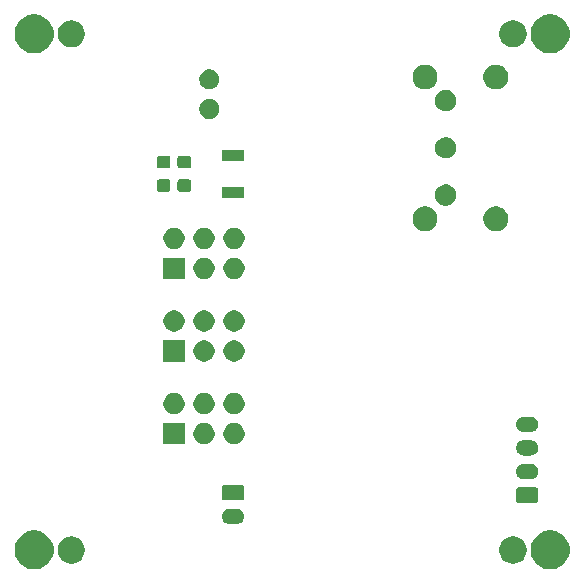
<source format=gbr>
G04 #@! TF.GenerationSoftware,KiCad,Pcbnew,5.1.5+dfsg1-2build2*
G04 #@! TF.CreationDate,2021-06-08T03:42:44+09:00*
G04 #@! TF.ProjectId,m5-pantilt,6d352d70-616e-4746-996c-742e6b696361,1*
G04 #@! TF.SameCoordinates,Original*
G04 #@! TF.FileFunction,Soldermask,Top*
G04 #@! TF.FilePolarity,Negative*
%FSLAX46Y46*%
G04 Gerber Fmt 4.6, Leading zero omitted, Abs format (unit mm)*
G04 Created by KiCad (PCBNEW 5.1.5+dfsg1-2build2) date 2021-06-08 03:42:44*
%MOMM*%
%LPD*%
G04 APERTURE LIST*
%ADD10C,0.100000*%
G04 APERTURE END LIST*
D10*
G36*
X147225256Y-95241298D02*
G01*
X147331579Y-95262447D01*
X147632042Y-95386903D01*
X147902451Y-95567585D01*
X148132415Y-95797549D01*
X148313097Y-96067958D01*
X148437553Y-96368421D01*
X148501000Y-96687391D01*
X148501000Y-97012609D01*
X148437553Y-97331579D01*
X148313097Y-97632042D01*
X148132415Y-97902451D01*
X147902451Y-98132415D01*
X147632042Y-98313097D01*
X147331579Y-98437553D01*
X147225256Y-98458702D01*
X147012611Y-98501000D01*
X146687389Y-98501000D01*
X146474744Y-98458702D01*
X146368421Y-98437553D01*
X146067958Y-98313097D01*
X145797549Y-98132415D01*
X145567585Y-97902451D01*
X145386903Y-97632042D01*
X145262447Y-97331579D01*
X145199000Y-97012609D01*
X145199000Y-96687391D01*
X145262447Y-96368421D01*
X145386903Y-96067958D01*
X145567585Y-95797549D01*
X145797549Y-95567585D01*
X146067958Y-95386903D01*
X146368421Y-95262447D01*
X146474744Y-95241298D01*
X146687389Y-95199000D01*
X147012611Y-95199000D01*
X147225256Y-95241298D01*
G37*
G36*
X103525256Y-95241298D02*
G01*
X103631579Y-95262447D01*
X103932042Y-95386903D01*
X104202451Y-95567585D01*
X104432415Y-95797549D01*
X104613097Y-96067958D01*
X104737553Y-96368421D01*
X104801000Y-96687391D01*
X104801000Y-97012609D01*
X104737553Y-97331579D01*
X104613097Y-97632042D01*
X104432415Y-97902451D01*
X104202451Y-98132415D01*
X103932042Y-98313097D01*
X103631579Y-98437553D01*
X103525256Y-98458702D01*
X103312611Y-98501000D01*
X102987389Y-98501000D01*
X102774744Y-98458702D01*
X102668421Y-98437553D01*
X102367958Y-98313097D01*
X102097549Y-98132415D01*
X101867585Y-97902451D01*
X101686903Y-97632042D01*
X101562447Y-97331579D01*
X101499000Y-97012609D01*
X101499000Y-96687391D01*
X101562447Y-96368421D01*
X101686903Y-96067958D01*
X101867585Y-95797549D01*
X102097549Y-95567585D01*
X102367958Y-95386903D01*
X102668421Y-95262447D01*
X102774744Y-95241298D01*
X102987389Y-95199000D01*
X103312611Y-95199000D01*
X103525256Y-95241298D01*
G37*
G36*
X143924549Y-95721116D02*
G01*
X144035734Y-95743232D01*
X144245203Y-95829997D01*
X144433720Y-95955960D01*
X144594040Y-96116280D01*
X144720003Y-96304797D01*
X144806768Y-96514266D01*
X144851000Y-96736636D01*
X144851000Y-96963364D01*
X144806768Y-97185734D01*
X144720003Y-97395203D01*
X144594040Y-97583720D01*
X144433720Y-97744040D01*
X144245203Y-97870003D01*
X144035734Y-97956768D01*
X143924549Y-97978884D01*
X143813365Y-98001000D01*
X143586635Y-98001000D01*
X143475451Y-97978884D01*
X143364266Y-97956768D01*
X143154797Y-97870003D01*
X142966280Y-97744040D01*
X142805960Y-97583720D01*
X142679997Y-97395203D01*
X142593232Y-97185734D01*
X142549000Y-96963364D01*
X142549000Y-96736636D01*
X142593232Y-96514266D01*
X142679997Y-96304797D01*
X142805960Y-96116280D01*
X142966280Y-95955960D01*
X143154797Y-95829997D01*
X143364266Y-95743232D01*
X143475451Y-95721116D01*
X143586635Y-95699000D01*
X143813365Y-95699000D01*
X143924549Y-95721116D01*
G37*
G36*
X106524549Y-95721116D02*
G01*
X106635734Y-95743232D01*
X106845203Y-95829997D01*
X107033720Y-95955960D01*
X107194040Y-96116280D01*
X107320003Y-96304797D01*
X107406768Y-96514266D01*
X107451000Y-96736636D01*
X107451000Y-96963364D01*
X107406768Y-97185734D01*
X107320003Y-97395203D01*
X107194040Y-97583720D01*
X107033720Y-97744040D01*
X106845203Y-97870003D01*
X106635734Y-97956768D01*
X106524549Y-97978884D01*
X106413365Y-98001000D01*
X106186635Y-98001000D01*
X106075451Y-97978884D01*
X105964266Y-97956768D01*
X105754797Y-97870003D01*
X105566280Y-97744040D01*
X105405960Y-97583720D01*
X105279997Y-97395203D01*
X105193232Y-97185734D01*
X105149000Y-96963364D01*
X105149000Y-96736636D01*
X105193232Y-96514266D01*
X105279997Y-96304797D01*
X105405960Y-96116280D01*
X105566280Y-95955960D01*
X105754797Y-95829997D01*
X105964266Y-95743232D01*
X106075451Y-95721116D01*
X106186635Y-95699000D01*
X106413365Y-95699000D01*
X106524549Y-95721116D01*
G37*
G36*
X120338855Y-93352140D02*
G01*
X120402618Y-93358420D01*
X120493404Y-93385960D01*
X120525336Y-93395646D01*
X120638425Y-93456094D01*
X120737554Y-93537446D01*
X120818906Y-93636575D01*
X120879354Y-93749664D01*
X120879355Y-93749668D01*
X120916580Y-93872382D01*
X120929149Y-94000000D01*
X120916580Y-94127618D01*
X120889040Y-94218404D01*
X120879354Y-94250336D01*
X120818906Y-94363425D01*
X120737554Y-94462554D01*
X120638425Y-94543906D01*
X120525336Y-94604354D01*
X120493404Y-94614040D01*
X120402618Y-94641580D01*
X120338855Y-94647860D01*
X120306974Y-94651000D01*
X119693026Y-94651000D01*
X119661145Y-94647860D01*
X119597382Y-94641580D01*
X119506596Y-94614040D01*
X119474664Y-94604354D01*
X119361575Y-94543906D01*
X119262446Y-94462554D01*
X119181094Y-94363425D01*
X119120646Y-94250336D01*
X119110960Y-94218404D01*
X119083420Y-94127618D01*
X119070851Y-94000000D01*
X119083420Y-93872382D01*
X119120645Y-93749668D01*
X119120646Y-93749664D01*
X119181094Y-93636575D01*
X119262446Y-93537446D01*
X119361575Y-93456094D01*
X119474664Y-93395646D01*
X119506596Y-93385960D01*
X119597382Y-93358420D01*
X119661145Y-93352140D01*
X119693026Y-93349000D01*
X120306974Y-93349000D01*
X120338855Y-93352140D01*
G37*
G36*
X145666242Y-91553404D02*
G01*
X145703337Y-91564657D01*
X145737515Y-91582925D01*
X145767481Y-91607519D01*
X145792075Y-91637485D01*
X145810343Y-91671663D01*
X145821596Y-91708758D01*
X145826000Y-91753474D01*
X145826000Y-92646526D01*
X145821596Y-92691242D01*
X145810343Y-92728337D01*
X145792075Y-92762515D01*
X145767481Y-92792481D01*
X145737515Y-92817075D01*
X145703337Y-92835343D01*
X145666242Y-92846596D01*
X145621526Y-92851000D01*
X144178474Y-92851000D01*
X144133758Y-92846596D01*
X144096663Y-92835343D01*
X144062485Y-92817075D01*
X144032519Y-92792481D01*
X144007925Y-92762515D01*
X143989657Y-92728337D01*
X143978404Y-92691242D01*
X143974000Y-92646526D01*
X143974000Y-91753474D01*
X143978404Y-91708758D01*
X143989657Y-91671663D01*
X144007925Y-91637485D01*
X144032519Y-91607519D01*
X144062485Y-91582925D01*
X144096663Y-91564657D01*
X144133758Y-91553404D01*
X144178474Y-91549000D01*
X145621526Y-91549000D01*
X145666242Y-91553404D01*
G37*
G36*
X120766242Y-91353404D02*
G01*
X120803337Y-91364657D01*
X120837515Y-91382925D01*
X120867481Y-91407519D01*
X120892075Y-91437485D01*
X120910343Y-91471663D01*
X120921596Y-91508758D01*
X120926000Y-91553474D01*
X120926000Y-92446526D01*
X120921596Y-92491242D01*
X120910343Y-92528337D01*
X120892075Y-92562515D01*
X120867481Y-92592481D01*
X120837515Y-92617075D01*
X120803337Y-92635343D01*
X120766242Y-92646596D01*
X120721526Y-92651000D01*
X119278474Y-92651000D01*
X119233758Y-92646596D01*
X119196663Y-92635343D01*
X119162485Y-92617075D01*
X119132519Y-92592481D01*
X119107925Y-92562515D01*
X119089657Y-92528337D01*
X119078404Y-92491242D01*
X119074000Y-92446526D01*
X119074000Y-91553474D01*
X119078404Y-91508758D01*
X119089657Y-91471663D01*
X119107925Y-91437485D01*
X119132519Y-91407519D01*
X119162485Y-91382925D01*
X119196663Y-91364657D01*
X119233758Y-91353404D01*
X119278474Y-91349000D01*
X120721526Y-91349000D01*
X120766242Y-91353404D01*
G37*
G36*
X145238855Y-89552140D02*
G01*
X145302618Y-89558420D01*
X145393404Y-89585960D01*
X145425336Y-89595646D01*
X145538425Y-89656094D01*
X145637554Y-89737446D01*
X145718906Y-89836575D01*
X145779354Y-89949664D01*
X145779355Y-89949668D01*
X145816580Y-90072382D01*
X145829149Y-90200000D01*
X145816580Y-90327618D01*
X145789040Y-90418404D01*
X145779354Y-90450336D01*
X145718906Y-90563425D01*
X145637554Y-90662554D01*
X145538425Y-90743906D01*
X145425336Y-90804354D01*
X145393404Y-90814040D01*
X145302618Y-90841580D01*
X145238855Y-90847860D01*
X145206974Y-90851000D01*
X144593026Y-90851000D01*
X144561145Y-90847860D01*
X144497382Y-90841580D01*
X144406596Y-90814040D01*
X144374664Y-90804354D01*
X144261575Y-90743906D01*
X144162446Y-90662554D01*
X144081094Y-90563425D01*
X144020646Y-90450336D01*
X144010960Y-90418404D01*
X143983420Y-90327618D01*
X143970851Y-90200000D01*
X143983420Y-90072382D01*
X144020645Y-89949668D01*
X144020646Y-89949664D01*
X144081094Y-89836575D01*
X144162446Y-89737446D01*
X144261575Y-89656094D01*
X144374664Y-89595646D01*
X144406596Y-89585960D01*
X144497382Y-89558420D01*
X144561145Y-89552140D01*
X144593026Y-89549000D01*
X145206974Y-89549000D01*
X145238855Y-89552140D01*
G37*
G36*
X145238855Y-87552140D02*
G01*
X145302618Y-87558420D01*
X145393404Y-87585960D01*
X145425336Y-87595646D01*
X145538425Y-87656094D01*
X145637554Y-87737446D01*
X145718906Y-87836575D01*
X145779354Y-87949664D01*
X145779355Y-87949668D01*
X145816580Y-88072382D01*
X145829149Y-88200000D01*
X145816580Y-88327618D01*
X145789040Y-88418404D01*
X145779354Y-88450336D01*
X145718906Y-88563425D01*
X145637554Y-88662554D01*
X145538425Y-88743906D01*
X145425336Y-88804354D01*
X145393404Y-88814040D01*
X145302618Y-88841580D01*
X145238855Y-88847860D01*
X145206974Y-88851000D01*
X144593026Y-88851000D01*
X144561145Y-88847860D01*
X144497382Y-88841580D01*
X144406596Y-88814040D01*
X144374664Y-88804354D01*
X144261575Y-88743906D01*
X144162446Y-88662554D01*
X144081094Y-88563425D01*
X144020646Y-88450336D01*
X144010960Y-88418404D01*
X143983420Y-88327618D01*
X143970851Y-88200000D01*
X143983420Y-88072382D01*
X144020645Y-87949668D01*
X144020646Y-87949664D01*
X144081094Y-87836575D01*
X144162446Y-87737446D01*
X144261575Y-87656094D01*
X144374664Y-87595646D01*
X144406596Y-87585960D01*
X144497382Y-87558420D01*
X144561145Y-87552140D01*
X144593026Y-87549000D01*
X145206974Y-87549000D01*
X145238855Y-87552140D01*
G37*
G36*
X115901000Y-87901000D02*
G01*
X114099000Y-87901000D01*
X114099000Y-86099000D01*
X115901000Y-86099000D01*
X115901000Y-87901000D01*
G37*
G36*
X117653512Y-86103927D02*
G01*
X117802812Y-86133624D01*
X117966784Y-86201544D01*
X118114354Y-86300147D01*
X118239853Y-86425646D01*
X118338456Y-86573216D01*
X118406376Y-86737188D01*
X118441000Y-86911259D01*
X118441000Y-87088741D01*
X118406376Y-87262812D01*
X118338456Y-87426784D01*
X118239853Y-87574354D01*
X118114354Y-87699853D01*
X117966784Y-87798456D01*
X117802812Y-87866376D01*
X117653512Y-87896073D01*
X117628742Y-87901000D01*
X117451258Y-87901000D01*
X117426488Y-87896073D01*
X117277188Y-87866376D01*
X117113216Y-87798456D01*
X116965646Y-87699853D01*
X116840147Y-87574354D01*
X116741544Y-87426784D01*
X116673624Y-87262812D01*
X116639000Y-87088741D01*
X116639000Y-86911259D01*
X116673624Y-86737188D01*
X116741544Y-86573216D01*
X116840147Y-86425646D01*
X116965646Y-86300147D01*
X117113216Y-86201544D01*
X117277188Y-86133624D01*
X117426488Y-86103927D01*
X117451258Y-86099000D01*
X117628742Y-86099000D01*
X117653512Y-86103927D01*
G37*
G36*
X120193512Y-86103927D02*
G01*
X120342812Y-86133624D01*
X120506784Y-86201544D01*
X120654354Y-86300147D01*
X120779853Y-86425646D01*
X120878456Y-86573216D01*
X120946376Y-86737188D01*
X120981000Y-86911259D01*
X120981000Y-87088741D01*
X120946376Y-87262812D01*
X120878456Y-87426784D01*
X120779853Y-87574354D01*
X120654354Y-87699853D01*
X120506784Y-87798456D01*
X120342812Y-87866376D01*
X120193512Y-87896073D01*
X120168742Y-87901000D01*
X119991258Y-87901000D01*
X119966488Y-87896073D01*
X119817188Y-87866376D01*
X119653216Y-87798456D01*
X119505646Y-87699853D01*
X119380147Y-87574354D01*
X119281544Y-87426784D01*
X119213624Y-87262812D01*
X119179000Y-87088741D01*
X119179000Y-86911259D01*
X119213624Y-86737188D01*
X119281544Y-86573216D01*
X119380147Y-86425646D01*
X119505646Y-86300147D01*
X119653216Y-86201544D01*
X119817188Y-86133624D01*
X119966488Y-86103927D01*
X119991258Y-86099000D01*
X120168742Y-86099000D01*
X120193512Y-86103927D01*
G37*
G36*
X145238855Y-85552140D02*
G01*
X145302618Y-85558420D01*
X145393404Y-85585960D01*
X145425336Y-85595646D01*
X145538425Y-85656094D01*
X145637554Y-85737446D01*
X145718906Y-85836575D01*
X145779354Y-85949664D01*
X145779355Y-85949668D01*
X145816580Y-86072382D01*
X145829149Y-86200000D01*
X145816580Y-86327618D01*
X145789040Y-86418404D01*
X145779354Y-86450336D01*
X145718906Y-86563425D01*
X145637554Y-86662554D01*
X145538425Y-86743906D01*
X145425336Y-86804354D01*
X145393404Y-86814040D01*
X145302618Y-86841580D01*
X145238855Y-86847860D01*
X145206974Y-86851000D01*
X144593026Y-86851000D01*
X144561145Y-86847860D01*
X144497382Y-86841580D01*
X144406596Y-86814040D01*
X144374664Y-86804354D01*
X144261575Y-86743906D01*
X144162446Y-86662554D01*
X144081094Y-86563425D01*
X144020646Y-86450336D01*
X144010960Y-86418404D01*
X143983420Y-86327618D01*
X143970851Y-86200000D01*
X143983420Y-86072382D01*
X144020645Y-85949668D01*
X144020646Y-85949664D01*
X144081094Y-85836575D01*
X144162446Y-85737446D01*
X144261575Y-85656094D01*
X144374664Y-85595646D01*
X144406596Y-85585960D01*
X144497382Y-85558420D01*
X144561145Y-85552140D01*
X144593026Y-85549000D01*
X145206974Y-85549000D01*
X145238855Y-85552140D01*
G37*
G36*
X120193512Y-83563927D02*
G01*
X120342812Y-83593624D01*
X120506784Y-83661544D01*
X120654354Y-83760147D01*
X120779853Y-83885646D01*
X120878456Y-84033216D01*
X120946376Y-84197188D01*
X120981000Y-84371259D01*
X120981000Y-84548741D01*
X120946376Y-84722812D01*
X120878456Y-84886784D01*
X120779853Y-85034354D01*
X120654354Y-85159853D01*
X120506784Y-85258456D01*
X120342812Y-85326376D01*
X120193512Y-85356073D01*
X120168742Y-85361000D01*
X119991258Y-85361000D01*
X119966488Y-85356073D01*
X119817188Y-85326376D01*
X119653216Y-85258456D01*
X119505646Y-85159853D01*
X119380147Y-85034354D01*
X119281544Y-84886784D01*
X119213624Y-84722812D01*
X119179000Y-84548741D01*
X119179000Y-84371259D01*
X119213624Y-84197188D01*
X119281544Y-84033216D01*
X119380147Y-83885646D01*
X119505646Y-83760147D01*
X119653216Y-83661544D01*
X119817188Y-83593624D01*
X119966488Y-83563927D01*
X119991258Y-83559000D01*
X120168742Y-83559000D01*
X120193512Y-83563927D01*
G37*
G36*
X115113512Y-83563927D02*
G01*
X115262812Y-83593624D01*
X115426784Y-83661544D01*
X115574354Y-83760147D01*
X115699853Y-83885646D01*
X115798456Y-84033216D01*
X115866376Y-84197188D01*
X115901000Y-84371259D01*
X115901000Y-84548741D01*
X115866376Y-84722812D01*
X115798456Y-84886784D01*
X115699853Y-85034354D01*
X115574354Y-85159853D01*
X115426784Y-85258456D01*
X115262812Y-85326376D01*
X115113512Y-85356073D01*
X115088742Y-85361000D01*
X114911258Y-85361000D01*
X114886488Y-85356073D01*
X114737188Y-85326376D01*
X114573216Y-85258456D01*
X114425646Y-85159853D01*
X114300147Y-85034354D01*
X114201544Y-84886784D01*
X114133624Y-84722812D01*
X114099000Y-84548741D01*
X114099000Y-84371259D01*
X114133624Y-84197188D01*
X114201544Y-84033216D01*
X114300147Y-83885646D01*
X114425646Y-83760147D01*
X114573216Y-83661544D01*
X114737188Y-83593624D01*
X114886488Y-83563927D01*
X114911258Y-83559000D01*
X115088742Y-83559000D01*
X115113512Y-83563927D01*
G37*
G36*
X117653512Y-83563927D02*
G01*
X117802812Y-83593624D01*
X117966784Y-83661544D01*
X118114354Y-83760147D01*
X118239853Y-83885646D01*
X118338456Y-84033216D01*
X118406376Y-84197188D01*
X118441000Y-84371259D01*
X118441000Y-84548741D01*
X118406376Y-84722812D01*
X118338456Y-84886784D01*
X118239853Y-85034354D01*
X118114354Y-85159853D01*
X117966784Y-85258456D01*
X117802812Y-85326376D01*
X117653512Y-85356073D01*
X117628742Y-85361000D01*
X117451258Y-85361000D01*
X117426488Y-85356073D01*
X117277188Y-85326376D01*
X117113216Y-85258456D01*
X116965646Y-85159853D01*
X116840147Y-85034354D01*
X116741544Y-84886784D01*
X116673624Y-84722812D01*
X116639000Y-84548741D01*
X116639000Y-84371259D01*
X116673624Y-84197188D01*
X116741544Y-84033216D01*
X116840147Y-83885646D01*
X116965646Y-83760147D01*
X117113216Y-83661544D01*
X117277188Y-83593624D01*
X117426488Y-83563927D01*
X117451258Y-83559000D01*
X117628742Y-83559000D01*
X117653512Y-83563927D01*
G37*
G36*
X120193512Y-79103927D02*
G01*
X120342812Y-79133624D01*
X120506784Y-79201544D01*
X120654354Y-79300147D01*
X120779853Y-79425646D01*
X120878456Y-79573216D01*
X120946376Y-79737188D01*
X120981000Y-79911259D01*
X120981000Y-80088741D01*
X120946376Y-80262812D01*
X120878456Y-80426784D01*
X120779853Y-80574354D01*
X120654354Y-80699853D01*
X120506784Y-80798456D01*
X120342812Y-80866376D01*
X120193512Y-80896073D01*
X120168742Y-80901000D01*
X119991258Y-80901000D01*
X119966488Y-80896073D01*
X119817188Y-80866376D01*
X119653216Y-80798456D01*
X119505646Y-80699853D01*
X119380147Y-80574354D01*
X119281544Y-80426784D01*
X119213624Y-80262812D01*
X119179000Y-80088741D01*
X119179000Y-79911259D01*
X119213624Y-79737188D01*
X119281544Y-79573216D01*
X119380147Y-79425646D01*
X119505646Y-79300147D01*
X119653216Y-79201544D01*
X119817188Y-79133624D01*
X119966488Y-79103927D01*
X119991258Y-79099000D01*
X120168742Y-79099000D01*
X120193512Y-79103927D01*
G37*
G36*
X117653512Y-79103927D02*
G01*
X117802812Y-79133624D01*
X117966784Y-79201544D01*
X118114354Y-79300147D01*
X118239853Y-79425646D01*
X118338456Y-79573216D01*
X118406376Y-79737188D01*
X118441000Y-79911259D01*
X118441000Y-80088741D01*
X118406376Y-80262812D01*
X118338456Y-80426784D01*
X118239853Y-80574354D01*
X118114354Y-80699853D01*
X117966784Y-80798456D01*
X117802812Y-80866376D01*
X117653512Y-80896073D01*
X117628742Y-80901000D01*
X117451258Y-80901000D01*
X117426488Y-80896073D01*
X117277188Y-80866376D01*
X117113216Y-80798456D01*
X116965646Y-80699853D01*
X116840147Y-80574354D01*
X116741544Y-80426784D01*
X116673624Y-80262812D01*
X116639000Y-80088741D01*
X116639000Y-79911259D01*
X116673624Y-79737188D01*
X116741544Y-79573216D01*
X116840147Y-79425646D01*
X116965646Y-79300147D01*
X117113216Y-79201544D01*
X117277188Y-79133624D01*
X117426488Y-79103927D01*
X117451258Y-79099000D01*
X117628742Y-79099000D01*
X117653512Y-79103927D01*
G37*
G36*
X115901000Y-80901000D02*
G01*
X114099000Y-80901000D01*
X114099000Y-79099000D01*
X115901000Y-79099000D01*
X115901000Y-80901000D01*
G37*
G36*
X117653512Y-76563927D02*
G01*
X117802812Y-76593624D01*
X117966784Y-76661544D01*
X118114354Y-76760147D01*
X118239853Y-76885646D01*
X118338456Y-77033216D01*
X118406376Y-77197188D01*
X118441000Y-77371259D01*
X118441000Y-77548741D01*
X118406376Y-77722812D01*
X118338456Y-77886784D01*
X118239853Y-78034354D01*
X118114354Y-78159853D01*
X117966784Y-78258456D01*
X117802812Y-78326376D01*
X117653512Y-78356073D01*
X117628742Y-78361000D01*
X117451258Y-78361000D01*
X117426488Y-78356073D01*
X117277188Y-78326376D01*
X117113216Y-78258456D01*
X116965646Y-78159853D01*
X116840147Y-78034354D01*
X116741544Y-77886784D01*
X116673624Y-77722812D01*
X116639000Y-77548741D01*
X116639000Y-77371259D01*
X116673624Y-77197188D01*
X116741544Y-77033216D01*
X116840147Y-76885646D01*
X116965646Y-76760147D01*
X117113216Y-76661544D01*
X117277188Y-76593624D01*
X117426488Y-76563927D01*
X117451258Y-76559000D01*
X117628742Y-76559000D01*
X117653512Y-76563927D01*
G37*
G36*
X115113512Y-76563927D02*
G01*
X115262812Y-76593624D01*
X115426784Y-76661544D01*
X115574354Y-76760147D01*
X115699853Y-76885646D01*
X115798456Y-77033216D01*
X115866376Y-77197188D01*
X115901000Y-77371259D01*
X115901000Y-77548741D01*
X115866376Y-77722812D01*
X115798456Y-77886784D01*
X115699853Y-78034354D01*
X115574354Y-78159853D01*
X115426784Y-78258456D01*
X115262812Y-78326376D01*
X115113512Y-78356073D01*
X115088742Y-78361000D01*
X114911258Y-78361000D01*
X114886488Y-78356073D01*
X114737188Y-78326376D01*
X114573216Y-78258456D01*
X114425646Y-78159853D01*
X114300147Y-78034354D01*
X114201544Y-77886784D01*
X114133624Y-77722812D01*
X114099000Y-77548741D01*
X114099000Y-77371259D01*
X114133624Y-77197188D01*
X114201544Y-77033216D01*
X114300147Y-76885646D01*
X114425646Y-76760147D01*
X114573216Y-76661544D01*
X114737188Y-76593624D01*
X114886488Y-76563927D01*
X114911258Y-76559000D01*
X115088742Y-76559000D01*
X115113512Y-76563927D01*
G37*
G36*
X120193512Y-76563927D02*
G01*
X120342812Y-76593624D01*
X120506784Y-76661544D01*
X120654354Y-76760147D01*
X120779853Y-76885646D01*
X120878456Y-77033216D01*
X120946376Y-77197188D01*
X120981000Y-77371259D01*
X120981000Y-77548741D01*
X120946376Y-77722812D01*
X120878456Y-77886784D01*
X120779853Y-78034354D01*
X120654354Y-78159853D01*
X120506784Y-78258456D01*
X120342812Y-78326376D01*
X120193512Y-78356073D01*
X120168742Y-78361000D01*
X119991258Y-78361000D01*
X119966488Y-78356073D01*
X119817188Y-78326376D01*
X119653216Y-78258456D01*
X119505646Y-78159853D01*
X119380147Y-78034354D01*
X119281544Y-77886784D01*
X119213624Y-77722812D01*
X119179000Y-77548741D01*
X119179000Y-77371259D01*
X119213624Y-77197188D01*
X119281544Y-77033216D01*
X119380147Y-76885646D01*
X119505646Y-76760147D01*
X119653216Y-76661544D01*
X119817188Y-76593624D01*
X119966488Y-76563927D01*
X119991258Y-76559000D01*
X120168742Y-76559000D01*
X120193512Y-76563927D01*
G37*
G36*
X120193512Y-72103927D02*
G01*
X120342812Y-72133624D01*
X120506784Y-72201544D01*
X120654354Y-72300147D01*
X120779853Y-72425646D01*
X120878456Y-72573216D01*
X120946376Y-72737188D01*
X120981000Y-72911259D01*
X120981000Y-73088741D01*
X120946376Y-73262812D01*
X120878456Y-73426784D01*
X120779853Y-73574354D01*
X120654354Y-73699853D01*
X120506784Y-73798456D01*
X120342812Y-73866376D01*
X120193512Y-73896073D01*
X120168742Y-73901000D01*
X119991258Y-73901000D01*
X119966488Y-73896073D01*
X119817188Y-73866376D01*
X119653216Y-73798456D01*
X119505646Y-73699853D01*
X119380147Y-73574354D01*
X119281544Y-73426784D01*
X119213624Y-73262812D01*
X119179000Y-73088741D01*
X119179000Y-72911259D01*
X119213624Y-72737188D01*
X119281544Y-72573216D01*
X119380147Y-72425646D01*
X119505646Y-72300147D01*
X119653216Y-72201544D01*
X119817188Y-72133624D01*
X119966488Y-72103927D01*
X119991258Y-72099000D01*
X120168742Y-72099000D01*
X120193512Y-72103927D01*
G37*
G36*
X117653512Y-72103927D02*
G01*
X117802812Y-72133624D01*
X117966784Y-72201544D01*
X118114354Y-72300147D01*
X118239853Y-72425646D01*
X118338456Y-72573216D01*
X118406376Y-72737188D01*
X118441000Y-72911259D01*
X118441000Y-73088741D01*
X118406376Y-73262812D01*
X118338456Y-73426784D01*
X118239853Y-73574354D01*
X118114354Y-73699853D01*
X117966784Y-73798456D01*
X117802812Y-73866376D01*
X117653512Y-73896073D01*
X117628742Y-73901000D01*
X117451258Y-73901000D01*
X117426488Y-73896073D01*
X117277188Y-73866376D01*
X117113216Y-73798456D01*
X116965646Y-73699853D01*
X116840147Y-73574354D01*
X116741544Y-73426784D01*
X116673624Y-73262812D01*
X116639000Y-73088741D01*
X116639000Y-72911259D01*
X116673624Y-72737188D01*
X116741544Y-72573216D01*
X116840147Y-72425646D01*
X116965646Y-72300147D01*
X117113216Y-72201544D01*
X117277188Y-72133624D01*
X117426488Y-72103927D01*
X117451258Y-72099000D01*
X117628742Y-72099000D01*
X117653512Y-72103927D01*
G37*
G36*
X115901000Y-73901000D02*
G01*
X114099000Y-73901000D01*
X114099000Y-72099000D01*
X115901000Y-72099000D01*
X115901000Y-73901000D01*
G37*
G36*
X120193512Y-69563927D02*
G01*
X120342812Y-69593624D01*
X120506784Y-69661544D01*
X120654354Y-69760147D01*
X120779853Y-69885646D01*
X120878456Y-70033216D01*
X120946376Y-70197188D01*
X120981000Y-70371259D01*
X120981000Y-70548741D01*
X120946376Y-70722812D01*
X120878456Y-70886784D01*
X120779853Y-71034354D01*
X120654354Y-71159853D01*
X120506784Y-71258456D01*
X120342812Y-71326376D01*
X120193512Y-71356073D01*
X120168742Y-71361000D01*
X119991258Y-71361000D01*
X119966488Y-71356073D01*
X119817188Y-71326376D01*
X119653216Y-71258456D01*
X119505646Y-71159853D01*
X119380147Y-71034354D01*
X119281544Y-70886784D01*
X119213624Y-70722812D01*
X119179000Y-70548741D01*
X119179000Y-70371259D01*
X119213624Y-70197188D01*
X119281544Y-70033216D01*
X119380147Y-69885646D01*
X119505646Y-69760147D01*
X119653216Y-69661544D01*
X119817188Y-69593624D01*
X119966488Y-69563927D01*
X119991258Y-69559000D01*
X120168742Y-69559000D01*
X120193512Y-69563927D01*
G37*
G36*
X117653512Y-69563927D02*
G01*
X117802812Y-69593624D01*
X117966784Y-69661544D01*
X118114354Y-69760147D01*
X118239853Y-69885646D01*
X118338456Y-70033216D01*
X118406376Y-70197188D01*
X118441000Y-70371259D01*
X118441000Y-70548741D01*
X118406376Y-70722812D01*
X118338456Y-70886784D01*
X118239853Y-71034354D01*
X118114354Y-71159853D01*
X117966784Y-71258456D01*
X117802812Y-71326376D01*
X117653512Y-71356073D01*
X117628742Y-71361000D01*
X117451258Y-71361000D01*
X117426488Y-71356073D01*
X117277188Y-71326376D01*
X117113216Y-71258456D01*
X116965646Y-71159853D01*
X116840147Y-71034354D01*
X116741544Y-70886784D01*
X116673624Y-70722812D01*
X116639000Y-70548741D01*
X116639000Y-70371259D01*
X116673624Y-70197188D01*
X116741544Y-70033216D01*
X116840147Y-69885646D01*
X116965646Y-69760147D01*
X117113216Y-69661544D01*
X117277188Y-69593624D01*
X117426488Y-69563927D01*
X117451258Y-69559000D01*
X117628742Y-69559000D01*
X117653512Y-69563927D01*
G37*
G36*
X115113512Y-69563927D02*
G01*
X115262812Y-69593624D01*
X115426784Y-69661544D01*
X115574354Y-69760147D01*
X115699853Y-69885646D01*
X115798456Y-70033216D01*
X115866376Y-70197188D01*
X115901000Y-70371259D01*
X115901000Y-70548741D01*
X115866376Y-70722812D01*
X115798456Y-70886784D01*
X115699853Y-71034354D01*
X115574354Y-71159853D01*
X115426784Y-71258456D01*
X115262812Y-71326376D01*
X115113512Y-71356073D01*
X115088742Y-71361000D01*
X114911258Y-71361000D01*
X114886488Y-71356073D01*
X114737188Y-71326376D01*
X114573216Y-71258456D01*
X114425646Y-71159853D01*
X114300147Y-71034354D01*
X114201544Y-70886784D01*
X114133624Y-70722812D01*
X114099000Y-70548741D01*
X114099000Y-70371259D01*
X114133624Y-70197188D01*
X114201544Y-70033216D01*
X114300147Y-69885646D01*
X114425646Y-69760147D01*
X114573216Y-69661544D01*
X114737188Y-69593624D01*
X114886488Y-69563927D01*
X114911258Y-69559000D01*
X115088742Y-69559000D01*
X115113512Y-69563927D01*
G37*
G36*
X142556564Y-67789389D02*
G01*
X142747833Y-67868615D01*
X142747835Y-67868616D01*
X142919973Y-67983635D01*
X143066365Y-68130027D01*
X143181385Y-68302167D01*
X143260611Y-68493436D01*
X143301000Y-68696484D01*
X143301000Y-68903516D01*
X143260611Y-69106564D01*
X143181385Y-69297833D01*
X143181384Y-69297835D01*
X143066365Y-69469973D01*
X142919973Y-69616365D01*
X142747835Y-69731384D01*
X142747834Y-69731385D01*
X142747833Y-69731385D01*
X142556564Y-69810611D01*
X142353516Y-69851000D01*
X142146484Y-69851000D01*
X141943436Y-69810611D01*
X141752167Y-69731385D01*
X141752166Y-69731385D01*
X141752165Y-69731384D01*
X141580027Y-69616365D01*
X141433635Y-69469973D01*
X141318616Y-69297835D01*
X141318615Y-69297833D01*
X141239389Y-69106564D01*
X141199000Y-68903516D01*
X141199000Y-68696484D01*
X141239389Y-68493436D01*
X141318615Y-68302167D01*
X141433635Y-68130027D01*
X141580027Y-67983635D01*
X141752165Y-67868616D01*
X141752167Y-67868615D01*
X141943436Y-67789389D01*
X142146484Y-67749000D01*
X142353516Y-67749000D01*
X142556564Y-67789389D01*
G37*
G36*
X136556564Y-67789389D02*
G01*
X136747833Y-67868615D01*
X136747835Y-67868616D01*
X136919973Y-67983635D01*
X137066365Y-68130027D01*
X137181385Y-68302167D01*
X137260611Y-68493436D01*
X137301000Y-68696484D01*
X137301000Y-68903516D01*
X137260611Y-69106564D01*
X137181385Y-69297833D01*
X137181384Y-69297835D01*
X137066365Y-69469973D01*
X136919973Y-69616365D01*
X136747835Y-69731384D01*
X136747834Y-69731385D01*
X136747833Y-69731385D01*
X136556564Y-69810611D01*
X136353516Y-69851000D01*
X136146484Y-69851000D01*
X135943436Y-69810611D01*
X135752167Y-69731385D01*
X135752166Y-69731385D01*
X135752165Y-69731384D01*
X135580027Y-69616365D01*
X135433635Y-69469973D01*
X135318616Y-69297835D01*
X135318615Y-69297833D01*
X135239389Y-69106564D01*
X135199000Y-68903516D01*
X135199000Y-68696484D01*
X135239389Y-68493436D01*
X135318615Y-68302167D01*
X135433635Y-68130027D01*
X135580027Y-67983635D01*
X135752165Y-67868616D01*
X135752167Y-67868615D01*
X135943436Y-67789389D01*
X136146484Y-67749000D01*
X136353516Y-67749000D01*
X136556564Y-67789389D01*
G37*
G36*
X138113512Y-65903927D02*
G01*
X138262812Y-65933624D01*
X138426784Y-66001544D01*
X138574354Y-66100147D01*
X138699853Y-66225646D01*
X138798456Y-66373216D01*
X138866376Y-66537188D01*
X138901000Y-66711259D01*
X138901000Y-66888741D01*
X138866376Y-67062812D01*
X138798456Y-67226784D01*
X138699853Y-67374354D01*
X138574354Y-67499853D01*
X138426784Y-67598456D01*
X138262812Y-67666376D01*
X138113512Y-67696073D01*
X138088742Y-67701000D01*
X137911258Y-67701000D01*
X137886488Y-67696073D01*
X137737188Y-67666376D01*
X137573216Y-67598456D01*
X137425646Y-67499853D01*
X137300147Y-67374354D01*
X137201544Y-67226784D01*
X137133624Y-67062812D01*
X137099000Y-66888741D01*
X137099000Y-66711259D01*
X137133624Y-66537188D01*
X137201544Y-66373216D01*
X137300147Y-66225646D01*
X137425646Y-66100147D01*
X137573216Y-66001544D01*
X137737188Y-65933624D01*
X137886488Y-65903927D01*
X137911258Y-65899000D01*
X138088742Y-65899000D01*
X138113512Y-65903927D01*
G37*
G36*
X120928001Y-67006800D02*
G01*
X119071999Y-67006800D01*
X119071999Y-66104700D01*
X120928001Y-66104700D01*
X120928001Y-67006800D01*
G37*
G36*
X116289499Y-65478445D02*
G01*
X116326995Y-65489820D01*
X116361554Y-65508292D01*
X116391847Y-65533153D01*
X116416708Y-65563446D01*
X116435180Y-65598005D01*
X116446555Y-65635501D01*
X116451000Y-65680638D01*
X116451000Y-66319362D01*
X116446555Y-66364499D01*
X116435180Y-66401995D01*
X116416708Y-66436554D01*
X116391847Y-66466847D01*
X116361554Y-66491708D01*
X116326995Y-66510180D01*
X116289499Y-66521555D01*
X116244362Y-66526000D01*
X115505638Y-66526000D01*
X115460501Y-66521555D01*
X115423005Y-66510180D01*
X115388446Y-66491708D01*
X115358153Y-66466847D01*
X115333292Y-66436554D01*
X115314820Y-66401995D01*
X115303445Y-66364499D01*
X115299000Y-66319362D01*
X115299000Y-65680638D01*
X115303445Y-65635501D01*
X115314820Y-65598005D01*
X115333292Y-65563446D01*
X115358153Y-65533153D01*
X115388446Y-65508292D01*
X115423005Y-65489820D01*
X115460501Y-65478445D01*
X115505638Y-65474000D01*
X116244362Y-65474000D01*
X116289499Y-65478445D01*
G37*
G36*
X114539499Y-65478445D02*
G01*
X114576995Y-65489820D01*
X114611554Y-65508292D01*
X114641847Y-65533153D01*
X114666708Y-65563446D01*
X114685180Y-65598005D01*
X114696555Y-65635501D01*
X114701000Y-65680638D01*
X114701000Y-66319362D01*
X114696555Y-66364499D01*
X114685180Y-66401995D01*
X114666708Y-66436554D01*
X114641847Y-66466847D01*
X114611554Y-66491708D01*
X114576995Y-66510180D01*
X114539499Y-66521555D01*
X114494362Y-66526000D01*
X113755638Y-66526000D01*
X113710501Y-66521555D01*
X113673005Y-66510180D01*
X113638446Y-66491708D01*
X113608153Y-66466847D01*
X113583292Y-66436554D01*
X113564820Y-66401995D01*
X113553445Y-66364499D01*
X113549000Y-66319362D01*
X113549000Y-65680638D01*
X113553445Y-65635501D01*
X113564820Y-65598005D01*
X113583292Y-65563446D01*
X113608153Y-65533153D01*
X113638446Y-65508292D01*
X113673005Y-65489820D01*
X113710501Y-65478445D01*
X113755638Y-65474000D01*
X114494362Y-65474000D01*
X114539499Y-65478445D01*
G37*
G36*
X114539499Y-63478445D02*
G01*
X114576995Y-63489820D01*
X114611554Y-63508292D01*
X114641847Y-63533153D01*
X114666708Y-63563446D01*
X114685180Y-63598005D01*
X114696555Y-63635501D01*
X114701000Y-63680638D01*
X114701000Y-64319362D01*
X114696555Y-64364499D01*
X114685180Y-64401995D01*
X114666708Y-64436554D01*
X114641847Y-64466847D01*
X114611554Y-64491708D01*
X114576995Y-64510180D01*
X114539499Y-64521555D01*
X114494362Y-64526000D01*
X113755638Y-64526000D01*
X113710501Y-64521555D01*
X113673005Y-64510180D01*
X113638446Y-64491708D01*
X113608153Y-64466847D01*
X113583292Y-64436554D01*
X113564820Y-64401995D01*
X113553445Y-64364499D01*
X113549000Y-64319362D01*
X113549000Y-63680638D01*
X113553445Y-63635501D01*
X113564820Y-63598005D01*
X113583292Y-63563446D01*
X113608153Y-63533153D01*
X113638446Y-63508292D01*
X113673005Y-63489820D01*
X113710501Y-63478445D01*
X113755638Y-63474000D01*
X114494362Y-63474000D01*
X114539499Y-63478445D01*
G37*
G36*
X116289499Y-63478445D02*
G01*
X116326995Y-63489820D01*
X116361554Y-63508292D01*
X116391847Y-63533153D01*
X116416708Y-63563446D01*
X116435180Y-63598005D01*
X116446555Y-63635501D01*
X116451000Y-63680638D01*
X116451000Y-64319362D01*
X116446555Y-64364499D01*
X116435180Y-64401995D01*
X116416708Y-64436554D01*
X116391847Y-64466847D01*
X116361554Y-64491708D01*
X116326995Y-64510180D01*
X116289499Y-64521555D01*
X116244362Y-64526000D01*
X115505638Y-64526000D01*
X115460501Y-64521555D01*
X115423005Y-64510180D01*
X115388446Y-64491708D01*
X115358153Y-64466847D01*
X115333292Y-64436554D01*
X115314820Y-64401995D01*
X115303445Y-64364499D01*
X115299000Y-64319362D01*
X115299000Y-63680638D01*
X115303445Y-63635501D01*
X115314820Y-63598005D01*
X115333292Y-63563446D01*
X115358153Y-63533153D01*
X115388446Y-63508292D01*
X115423005Y-63489820D01*
X115460501Y-63478445D01*
X115505638Y-63474000D01*
X116244362Y-63474000D01*
X116289499Y-63478445D01*
G37*
G36*
X120928001Y-63895300D02*
G01*
X119071999Y-63895300D01*
X119071999Y-62993200D01*
X120928001Y-62993200D01*
X120928001Y-63895300D01*
G37*
G36*
X138113512Y-61903927D02*
G01*
X138262812Y-61933624D01*
X138426784Y-62001544D01*
X138574354Y-62100147D01*
X138699853Y-62225646D01*
X138798456Y-62373216D01*
X138866376Y-62537188D01*
X138901000Y-62711259D01*
X138901000Y-62888741D01*
X138866376Y-63062812D01*
X138798456Y-63226784D01*
X138699853Y-63374354D01*
X138574354Y-63499853D01*
X138426784Y-63598456D01*
X138262812Y-63666376D01*
X138113512Y-63696073D01*
X138088742Y-63701000D01*
X137911258Y-63701000D01*
X137886488Y-63696073D01*
X137737188Y-63666376D01*
X137573216Y-63598456D01*
X137425646Y-63499853D01*
X137300147Y-63374354D01*
X137201544Y-63226784D01*
X137133624Y-63062812D01*
X137099000Y-62888741D01*
X137099000Y-62711259D01*
X137133624Y-62537188D01*
X137201544Y-62373216D01*
X137300147Y-62225646D01*
X137425646Y-62100147D01*
X137573216Y-62001544D01*
X137737188Y-61933624D01*
X137886488Y-61903927D01*
X137911258Y-61899000D01*
X138088742Y-61899000D01*
X138113512Y-61903927D01*
G37*
G36*
X118248228Y-58681703D02*
G01*
X118403100Y-58745853D01*
X118542481Y-58838985D01*
X118661015Y-58957519D01*
X118754147Y-59096900D01*
X118818297Y-59251772D01*
X118851000Y-59416184D01*
X118851000Y-59583816D01*
X118818297Y-59748228D01*
X118754147Y-59903100D01*
X118661015Y-60042481D01*
X118542481Y-60161015D01*
X118403100Y-60254147D01*
X118248228Y-60318297D01*
X118083816Y-60351000D01*
X117916184Y-60351000D01*
X117751772Y-60318297D01*
X117596900Y-60254147D01*
X117457519Y-60161015D01*
X117338985Y-60042481D01*
X117245853Y-59903100D01*
X117181703Y-59748228D01*
X117149000Y-59583816D01*
X117149000Y-59416184D01*
X117181703Y-59251772D01*
X117245853Y-59096900D01*
X117338985Y-58957519D01*
X117457519Y-58838985D01*
X117596900Y-58745853D01*
X117751772Y-58681703D01*
X117916184Y-58649000D01*
X118083816Y-58649000D01*
X118248228Y-58681703D01*
G37*
G36*
X138113512Y-57903927D02*
G01*
X138262812Y-57933624D01*
X138426784Y-58001544D01*
X138574354Y-58100147D01*
X138699853Y-58225646D01*
X138798456Y-58373216D01*
X138866376Y-58537188D01*
X138901000Y-58711259D01*
X138901000Y-58888741D01*
X138866376Y-59062812D01*
X138798456Y-59226784D01*
X138699853Y-59374354D01*
X138574354Y-59499853D01*
X138426784Y-59598456D01*
X138262812Y-59666376D01*
X138113512Y-59696073D01*
X138088742Y-59701000D01*
X137911258Y-59701000D01*
X137886488Y-59696073D01*
X137737188Y-59666376D01*
X137573216Y-59598456D01*
X137425646Y-59499853D01*
X137300147Y-59374354D01*
X137201544Y-59226784D01*
X137133624Y-59062812D01*
X137099000Y-58888741D01*
X137099000Y-58711259D01*
X137133624Y-58537188D01*
X137201544Y-58373216D01*
X137300147Y-58225646D01*
X137425646Y-58100147D01*
X137573216Y-58001544D01*
X137737188Y-57933624D01*
X137886488Y-57903927D01*
X137911258Y-57899000D01*
X138088742Y-57899000D01*
X138113512Y-57903927D01*
G37*
G36*
X118248228Y-56181703D02*
G01*
X118403100Y-56245853D01*
X118542481Y-56338985D01*
X118661015Y-56457519D01*
X118754147Y-56596900D01*
X118818297Y-56751772D01*
X118851000Y-56916184D01*
X118851000Y-57083816D01*
X118818297Y-57248228D01*
X118754147Y-57403100D01*
X118661015Y-57542481D01*
X118542481Y-57661015D01*
X118403100Y-57754147D01*
X118248228Y-57818297D01*
X118083816Y-57851000D01*
X117916184Y-57851000D01*
X117751772Y-57818297D01*
X117596900Y-57754147D01*
X117457519Y-57661015D01*
X117338985Y-57542481D01*
X117245853Y-57403100D01*
X117181703Y-57248228D01*
X117149000Y-57083816D01*
X117149000Y-56916184D01*
X117181703Y-56751772D01*
X117245853Y-56596900D01*
X117338985Y-56457519D01*
X117457519Y-56338985D01*
X117596900Y-56245853D01*
X117751772Y-56181703D01*
X117916184Y-56149000D01*
X118083816Y-56149000D01*
X118248228Y-56181703D01*
G37*
G36*
X136556564Y-55789389D02*
G01*
X136747833Y-55868615D01*
X136747835Y-55868616D01*
X136919973Y-55983635D01*
X137066365Y-56130027D01*
X137143758Y-56245853D01*
X137181385Y-56302167D01*
X137260611Y-56493436D01*
X137301000Y-56696484D01*
X137301000Y-56903516D01*
X137260611Y-57106564D01*
X137181385Y-57297833D01*
X137181384Y-57297835D01*
X137066365Y-57469973D01*
X136919973Y-57616365D01*
X136747835Y-57731384D01*
X136747834Y-57731385D01*
X136747833Y-57731385D01*
X136556564Y-57810611D01*
X136353516Y-57851000D01*
X136146484Y-57851000D01*
X135943436Y-57810611D01*
X135752167Y-57731385D01*
X135752166Y-57731385D01*
X135752165Y-57731384D01*
X135580027Y-57616365D01*
X135433635Y-57469973D01*
X135318616Y-57297835D01*
X135318615Y-57297833D01*
X135239389Y-57106564D01*
X135199000Y-56903516D01*
X135199000Y-56696484D01*
X135239389Y-56493436D01*
X135318615Y-56302167D01*
X135356243Y-56245853D01*
X135433635Y-56130027D01*
X135580027Y-55983635D01*
X135752165Y-55868616D01*
X135752167Y-55868615D01*
X135943436Y-55789389D01*
X136146484Y-55749000D01*
X136353516Y-55749000D01*
X136556564Y-55789389D01*
G37*
G36*
X142556564Y-55789389D02*
G01*
X142747833Y-55868615D01*
X142747835Y-55868616D01*
X142919973Y-55983635D01*
X143066365Y-56130027D01*
X143143758Y-56245853D01*
X143181385Y-56302167D01*
X143260611Y-56493436D01*
X143301000Y-56696484D01*
X143301000Y-56903516D01*
X143260611Y-57106564D01*
X143181385Y-57297833D01*
X143181384Y-57297835D01*
X143066365Y-57469973D01*
X142919973Y-57616365D01*
X142747835Y-57731384D01*
X142747834Y-57731385D01*
X142747833Y-57731385D01*
X142556564Y-57810611D01*
X142353516Y-57851000D01*
X142146484Y-57851000D01*
X141943436Y-57810611D01*
X141752167Y-57731385D01*
X141752166Y-57731385D01*
X141752165Y-57731384D01*
X141580027Y-57616365D01*
X141433635Y-57469973D01*
X141318616Y-57297835D01*
X141318615Y-57297833D01*
X141239389Y-57106564D01*
X141199000Y-56903516D01*
X141199000Y-56696484D01*
X141239389Y-56493436D01*
X141318615Y-56302167D01*
X141356243Y-56245853D01*
X141433635Y-56130027D01*
X141580027Y-55983635D01*
X141752165Y-55868616D01*
X141752167Y-55868615D01*
X141943436Y-55789389D01*
X142146484Y-55749000D01*
X142353516Y-55749000D01*
X142556564Y-55789389D01*
G37*
G36*
X103525256Y-51541298D02*
G01*
X103631579Y-51562447D01*
X103932042Y-51686903D01*
X104202451Y-51867585D01*
X104432415Y-52097549D01*
X104613097Y-52367958D01*
X104737553Y-52668421D01*
X104801000Y-52987391D01*
X104801000Y-53312609D01*
X104737553Y-53631579D01*
X104613097Y-53932042D01*
X104432415Y-54202451D01*
X104202451Y-54432415D01*
X103932042Y-54613097D01*
X103631579Y-54737553D01*
X103525256Y-54758702D01*
X103312611Y-54801000D01*
X102987389Y-54801000D01*
X102774744Y-54758702D01*
X102668421Y-54737553D01*
X102367958Y-54613097D01*
X102097549Y-54432415D01*
X101867585Y-54202451D01*
X101686903Y-53932042D01*
X101562447Y-53631579D01*
X101499000Y-53312609D01*
X101499000Y-52987391D01*
X101562447Y-52668421D01*
X101686903Y-52367958D01*
X101867585Y-52097549D01*
X102097549Y-51867585D01*
X102367958Y-51686903D01*
X102668421Y-51562447D01*
X102774744Y-51541298D01*
X102987389Y-51499000D01*
X103312611Y-51499000D01*
X103525256Y-51541298D01*
G37*
G36*
X147225256Y-51541298D02*
G01*
X147331579Y-51562447D01*
X147632042Y-51686903D01*
X147902451Y-51867585D01*
X148132415Y-52097549D01*
X148313097Y-52367958D01*
X148437553Y-52668421D01*
X148501000Y-52987391D01*
X148501000Y-53312609D01*
X148437553Y-53631579D01*
X148313097Y-53932042D01*
X148132415Y-54202451D01*
X147902451Y-54432415D01*
X147632042Y-54613097D01*
X147331579Y-54737553D01*
X147225256Y-54758702D01*
X147012611Y-54801000D01*
X146687389Y-54801000D01*
X146474744Y-54758702D01*
X146368421Y-54737553D01*
X146067958Y-54613097D01*
X145797549Y-54432415D01*
X145567585Y-54202451D01*
X145386903Y-53932042D01*
X145262447Y-53631579D01*
X145199000Y-53312609D01*
X145199000Y-52987391D01*
X145262447Y-52668421D01*
X145386903Y-52367958D01*
X145567585Y-52097549D01*
X145797549Y-51867585D01*
X146067958Y-51686903D01*
X146368421Y-51562447D01*
X146474744Y-51541298D01*
X146687389Y-51499000D01*
X147012611Y-51499000D01*
X147225256Y-51541298D01*
G37*
G36*
X106524549Y-52021116D02*
G01*
X106635734Y-52043232D01*
X106845203Y-52129997D01*
X107033720Y-52255960D01*
X107194040Y-52416280D01*
X107320003Y-52604797D01*
X107406768Y-52814266D01*
X107451000Y-53036636D01*
X107451000Y-53263364D01*
X107406768Y-53485734D01*
X107320003Y-53695203D01*
X107194040Y-53883720D01*
X107033720Y-54044040D01*
X106845203Y-54170003D01*
X106635734Y-54256768D01*
X106524549Y-54278884D01*
X106413365Y-54301000D01*
X106186635Y-54301000D01*
X106075451Y-54278884D01*
X105964266Y-54256768D01*
X105754797Y-54170003D01*
X105566280Y-54044040D01*
X105405960Y-53883720D01*
X105279997Y-53695203D01*
X105193232Y-53485734D01*
X105149000Y-53263364D01*
X105149000Y-53036636D01*
X105193232Y-52814266D01*
X105279997Y-52604797D01*
X105405960Y-52416280D01*
X105566280Y-52255960D01*
X105754797Y-52129997D01*
X105964266Y-52043232D01*
X106075451Y-52021116D01*
X106186635Y-51999000D01*
X106413365Y-51999000D01*
X106524549Y-52021116D01*
G37*
G36*
X143924549Y-52021116D02*
G01*
X144035734Y-52043232D01*
X144245203Y-52129997D01*
X144433720Y-52255960D01*
X144594040Y-52416280D01*
X144720003Y-52604797D01*
X144806768Y-52814266D01*
X144851000Y-53036636D01*
X144851000Y-53263364D01*
X144806768Y-53485734D01*
X144720003Y-53695203D01*
X144594040Y-53883720D01*
X144433720Y-54044040D01*
X144245203Y-54170003D01*
X144035734Y-54256768D01*
X143924549Y-54278884D01*
X143813365Y-54301000D01*
X143586635Y-54301000D01*
X143475451Y-54278884D01*
X143364266Y-54256768D01*
X143154797Y-54170003D01*
X142966280Y-54044040D01*
X142805960Y-53883720D01*
X142679997Y-53695203D01*
X142593232Y-53485734D01*
X142549000Y-53263364D01*
X142549000Y-53036636D01*
X142593232Y-52814266D01*
X142679997Y-52604797D01*
X142805960Y-52416280D01*
X142966280Y-52255960D01*
X143154797Y-52129997D01*
X143364266Y-52043232D01*
X143475451Y-52021116D01*
X143586635Y-51999000D01*
X143813365Y-51999000D01*
X143924549Y-52021116D01*
G37*
M02*

</source>
